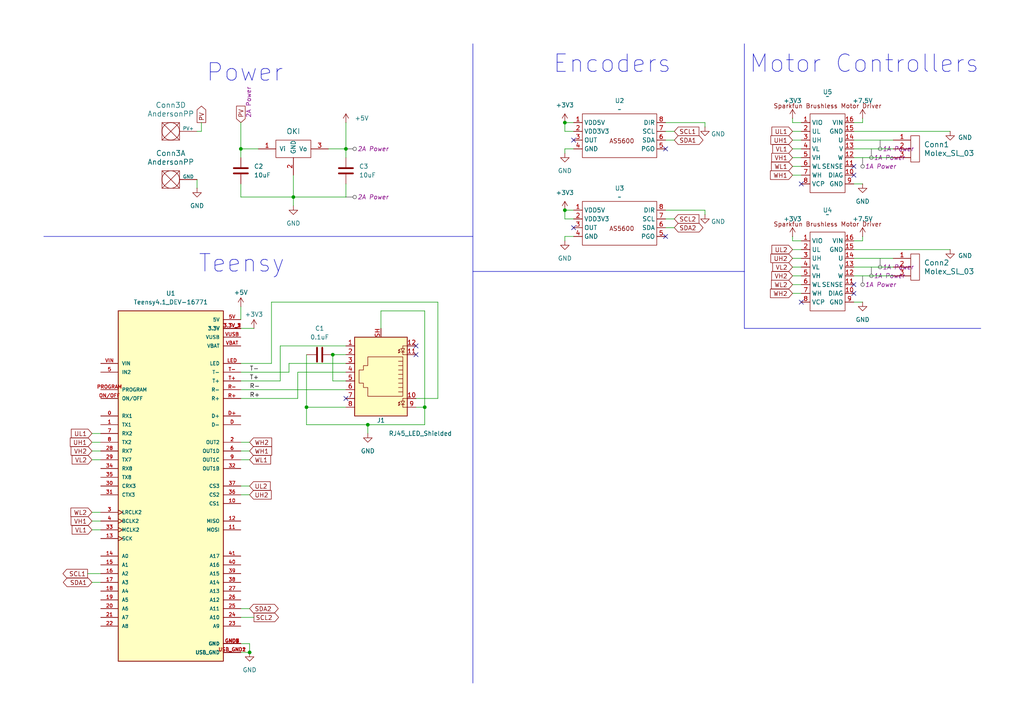
<source format=kicad_sch>
(kicad_sch (version 20231120) (generator "eeschema") (generator_version "8.0")
  (paper "A4")
  (lib_symbols
    (symbol "Connector:RJ45_LED_Shielded" (pin_names (offset 1.016))
      (property "Reference" "J" (at -5.08 13.97 0))
      (property "Value" "RJ45_LED_Shielded" (at 1.27 13.97 0))
      (symbol "RJ45_LED_Shielded_0_1"
        (polyline (pts (xy -7.62 -7.62) (xy -6.35 -7.62)))
        (polyline (pts (xy -7.62 -5.08) (xy -6.35 -5.08)))
        (polyline (pts (xy -7.62 7.62) (xy -6.35 7.62)))
        (polyline (pts (xy -7.62 10.16) (xy -6.35 10.16)))
        (polyline (pts (xy -6.858 -5.842) (xy -5.842 -5.842)))
        (polyline (pts (xy -6.858 9.398) (xy -5.842 9.398)))
        (polyline (pts (xy -6.35 -7.62) (xy -6.35 -6.858)))
        (polyline (pts (xy -6.35 -5.08) (xy -6.35 -5.842)))
        (polyline (pts (xy -6.35 7.62) (xy -6.35 8.382)))
        (polyline (pts (xy -6.35 10.16) (xy -6.35 9.398)))
        (polyline (pts (xy -5.08 -6.223) (xy -5.207 -6.604)))
        (polyline (pts (xy -5.08 -5.588) (xy -5.207 -5.969)))
        (polyline (pts (xy -5.08 4.445) (xy -6.35 4.445)))
        (polyline (pts (xy -5.08 5.715) (xy -6.35 5.715)))
        (polyline (pts (xy -5.08 9.017) (xy -5.207 8.636)))
        (polyline (pts (xy -5.08 9.652) (xy -5.207 9.271)))
        (polyline (pts (xy -6.35 -3.175) (xy -5.08 -3.175) (xy -5.08 -3.175)))
        (polyline (pts (xy -6.35 -1.905) (xy -5.08 -1.905) (xy -5.08 -1.905)))
        (polyline (pts (xy -6.35 -0.635) (xy -5.08 -0.635) (xy -5.08 -0.635)))
        (polyline (pts (xy -6.35 0.635) (xy -5.08 0.635) (xy -5.08 0.635)))
        (polyline (pts (xy -6.35 1.905) (xy -5.08 1.905) (xy -5.08 1.905)))
        (polyline (pts (xy -5.588 -6.731) (xy -5.08 -6.223) (xy -5.461 -6.35)))
        (polyline (pts (xy -5.588 -6.096) (xy -5.08 -5.588) (xy -5.461 -5.715)))
        (polyline (pts (xy -5.588 8.509) (xy -5.08 9.017) (xy -5.461 8.89)))
        (polyline (pts (xy -5.588 9.144) (xy -5.08 9.652) (xy -5.461 9.525)))
        (polyline (pts (xy -5.08 3.175) (xy -6.35 3.175) (xy -6.35 3.175)))
        (polyline (pts (xy -6.35 -5.842) (xy -6.858 -6.858) (xy -5.842 -6.858) (xy -6.35 -5.842)))
        (polyline (pts (xy -6.35 9.398) (xy -6.858 8.382) (xy -5.842 8.382) (xy -6.35 9.398)))
        (polyline (pts (xy -6.35 -4.445) (xy -6.35 6.985) (xy 3.81 6.985) (xy 3.81 4.445) (xy 5.08 4.445) (xy 5.08 3.175) (xy 6.35 3.175) (xy 6.35 -0.635) (xy 5.08 -0.635) (xy 5.08 -1.905) (xy 3.81 -1.905) (xy 3.81 -4.445) (xy -6.35 -4.445) (xy -6.35 -4.445)))
        (rectangle (start 7.62 12.7) (end -7.62 -10.16) (stroke (width 0.254)) (fill (type background)))
      )
      (symbol "RJ45_LED_Shielded_1_1"
        (pin passive line (at 10.16 -7.62 180) (length 2.54) (name "~") (number "1"))
        (pin passive line (at -10.16 7.62 0) (length 2.54) (name "~") (number "10"))
        (pin passive line (at -10.16 -5.08 0) (length 2.54) (name "~") (number "11"))
        (pin passive line (at -10.16 -7.62 0) (length 2.54) (name "~") (number "12"))
        (pin passive line (at 10.16 -5.08 180) (length 2.54) (name "~") (number "2"))
        (pin passive line (at 10.16 -2.54 180) (length 2.54) (name "~") (number "3"))
        (pin passive line (at 10.16 0 180) (length 2.54) (name "~") (number "4"))
        (pin passive line (at 10.16 2.54 180) (length 2.54) (name "~") (number "5"))
        (pin passive line (at 10.16 5.08 180) (length 2.54) (name "~") (number "6"))
        (pin passive line (at 10.16 7.62 180) (length 2.54) (name "~") (number "7"))
        (pin passive line (at 10.16 10.16 180) (length 2.54) (name "~") (number "8"))
        (pin passive line (at -10.16 10.16 0) (length 2.54) (name "~") (number "9"))
        (pin passive line (at 0 -12.7 90) (length 2.54) (name "~") (number "SH"))
      )
    )
    (symbol "Device:C" (pin_numbers hide) (pin_names (offset 0.254))
      (property "Reference" "C" (at 0.635 2.54 0))
      (property "Value" "C" (at 0.635 -2.54 0))
      (symbol "C_0_1"
        (polyline (pts (xy -2.032 -0.762) (xy 2.032 -0.762)) (stroke (width 0.508)))
        (polyline (pts (xy -2.032 0.762) (xy 2.032 0.762)) (stroke (width 0.508)))
      )
      (symbol "C_1_1"
        (pin passive line (at 0 3.81 270) (length 2.794) (name "~") (number "1"))
        (pin passive line (at 0 -3.81 90) (length 2.794) (name "~") (number "2"))
      )
    )
    (symbol "MRDT_Connectors:AndersonPP" (pin_numbers hide) (pin_names (offset 0))
      (property "Reference" "Conn" (at 3.81 -1.27 0))
      (property "Value" "AndersonPP" (at 2.54 6.35 0))
      (symbol "AndersonPP_0_1"
        (polyline (pts (xy 0 5.08) (xy 5.08 0)))
        (polyline (pts (xy 5.08 5.08) (xy 0 0)))
        (rectangle (start 0 0) (end 5.08 5.08))
        (circle (center 2.54 2.54) (radius 2.54))
      )
      (symbol "AndersonPP_1_1"
        (pin input line (at 10.16 2.54 180) (length 5.08) (name "GND") (number "1"))
      )
      (symbol "AndersonPP_2_1"
        (pin input line (at 10.16 2.54 180) (length 5.08) (name "V+Log") (number "2"))
      )
      (symbol "AndersonPP_3_1"
        (pin input line (at 10.16 2.54 180) (length 5.08) (name "V+Act") (number "3"))
      )
      (symbol "AndersonPP_4_1"
        (pin input line (at 10.16 2.54 180) (length 5.08) (name "PV+") (number "4"))
      )
      (symbol "AndersonPP_5_1"
        (pin input line (at 10.16 2.54 180) (length 5.08) (name "~") (number "1"))
      )
    )
    (symbol "MRDT_Connectors:Molex_SL_03" (pin_names (offset 1.016))
      (property "Reference" "Conn" (at 3.81 -1.27 0))
      (property "Value" "Molex_SL_03" (at 1.27 8.89 0))
      (symbol "Molex_SL_03_0_1"
        (rectangle (start 0 7.62) (end 2.54 0))
      )
      (symbol "Molex_SL_03_1_1"
        (pin input line (at -5.08 6.35 0) (length 5.08) (name "~") (number "1"))
        (pin input line (at -5.08 3.81 0) (length 5.08) (name "~") (number "2"))
        (pin input line (at -5.08 1.27 0) (length 5.08) (name "~") (number "3"))
      )
    )
    (symbol "MRDT_Devices:OKI" (pin_names (offset 1.016))
      (property "Value" "OKI" (at 5.08 6.35 0))
      (symbol "OKI_0_1"
        (rectangle (start 0 0) (end 10.16 5.08))
      )
      (symbol "OKI_1_1"
        (pin input line (at -5.08 2.54 0) (length 5.08) (name "Vi") (number "1"))
        (pin output line (at 5.08 -5.08 90) (length 5.08) (name "GND") (number "2"))
        (pin output line (at 15.24 2.54 180) (length 5.08) (name "Vo") (number "3"))
      )
    )
    (symbol "MRDT_Sensors:AS5600"
      (property "Reference" "U" (at 0 1.27 0))
      (symbol "AS5600_0_1"
        (rectangle (start -11.43 6.35) (end 10.16 -6.35))
      )
      (symbol "AS5600_1_1"
        (text "AS5600" (at 0 -1.524 0) (effects (font (size 1.27 1.27))))
        (pin power_in line (at -13.97 3.81 0) (length 2.54) (name "VDD5V") (number "1"))
        (pin power_in line (at -13.97 1.27 0) (length 2.54) (name "VDD3V3") (number "2"))
        (pin output line (at -13.97 -1.27 0) (length 2.54) (name "OUT") (number "3"))
        (pin power_in line (at -13.97 -3.81 0) (length 2.54) (name "GND") (number "4"))
        (pin input line (at 12.7 -3.81 180) (length 2.54) (name "PGO") (number "5"))
        (pin bidirectional line (at 12.7 -1.27 180) (length 2.54) (name "SDA") (number "6"))
        (pin input line (at 12.7 1.27 180) (length 2.54) (name "SCL") (number "7"))
        (pin input line (at 12.7 3.81 180) (length 2.54) (name "DIR") (number "8"))
      )
    )
    (symbol "MRDT_Shields:Teensy4.1_DEV-16771" (pin_names (offset 1.016))
      (property "Reference" "U" (at -15.24 52.07 0))
      (property "Value" "Teensy4.1_DEV-16771" (at -15.24 -53.34 0))
      (symbol "Teensy4.1_DEV-16771_0_0"
        (rectangle (start -15.24 -50.8) (end 15.24 50.8) (stroke (width 0.254)) (fill (type background)))
        (pin bidirectional line (at -20.32 20.32 0) (length 5.08) (name "RX1") (number "0"))
        (pin bidirectional line (at -20.32 17.78 0) (length 5.08) (name "TX1") (number "1"))
        (pin bidirectional line (at 20.32 -5.08 180) (length 5.08) (name "CS1") (number "10"))
        (pin bidirectional line (at 20.32 -12.7 180) (length 5.08) (name "MOSI") (number "11"))
        (pin bidirectional line (at 20.32 -10.16 180) (length 5.08) (name "MISO") (number "12"))
        (pin bidirectional clock (at -20.32 -15.24 0) (length 5.08) (name "SCK") (number "13"))
        (pin bidirectional line (at -20.32 -20.32 0) (length 5.08) (name "A0") (number "14"))
        (pin bidirectional line (at -20.32 -22.86 0) (length 5.08) (name "A1") (number "15"))
        (pin bidirectional line (at -20.32 -25.4 0) (length 5.08) (name "A2") (number "16"))
        (pin bidirectional line (at -20.32 -27.94 0) (length 5.08) (name "A3") (number "17"))
        (pin bidirectional line (at -20.32 -30.48 0) (length 5.08) (name "A4") (number "18"))
        (pin bidirectional line (at -20.32 -33.02 0) (length 5.08) (name "A5") (number "19"))
        (pin output line (at 20.32 12.7 180) (length 5.08) (name "OUT2") (number "2"))
        (pin bidirectional line (at -20.32 -35.56 0) (length 5.08) (name "A6") (number "20"))
        (pin bidirectional line (at -20.32 -38.1 0) (length 5.08) (name "A7") (number "21"))
        (pin bidirectional line (at -20.32 -40.64 0) (length 5.08) (name "A8") (number "22"))
        (pin bidirectional line (at 20.32 -40.64 180) (length 5.08) (name "A9") (number "23"))
        (pin bidirectional line (at 20.32 -38.1 180) (length 5.08) (name "A10") (number "24"))
        (pin bidirectional line (at 20.32 -35.56 180) (length 5.08) (name "A11") (number "25"))
        (pin bidirectional line (at 20.32 -33.02 180) (length 5.08) (name "A12") (number "26"))
        (pin bidirectional line (at 20.32 -30.48 180) (length 5.08) (name "A13") (number "27"))
        (pin bidirectional line (at -20.32 10.16 0) (length 5.08) (name "RX7") (number "28"))
        (pin bidirectional line (at -20.32 7.62 0) (length 5.08) (name "TX7") (number "29"))
        (pin bidirectional clock (at -20.32 -7.62 0) (length 5.08) (name "LRCLK2") (number "3"))
        (pin power_in line (at 20.32 45.72 180) (length 5.08) (name "3.3V") (number "3.3V_1"))
        (pin power_in line (at 20.32 45.72 180) (length 5.08) (name "3.3V") (number "3.3V_2"))
        (pin power_in line (at 20.32 45.72 180) (length 5.08) (name "3.3V") (number "3.3V_3"))
        (pin bidirectional line (at -20.32 0 0) (length 5.08) (name "CRX3") (number "30"))
        (pin bidirectional line (at -20.32 -2.54 0) (length 5.08) (name "CTX3") (number "31"))
        (pin output line (at 20.32 5.08 180) (length 5.08) (name "OUT1B") (number "32"))
        (pin bidirectional clock (at -20.32 -12.7 0) (length 5.08) (name "MCLK2") (number "33"))
        (pin bidirectional line (at -20.32 5.08 0) (length 5.08) (name "RX8") (number "34"))
        (pin bidirectional line (at -20.32 2.54 0) (length 5.08) (name "TX8") (number "35"))
        (pin bidirectional line (at 20.32 -2.54 180) (length 5.08) (name "CS2") (number "36"))
        (pin bidirectional line (at 20.32 0 180) (length 5.08) (name "CS3") (number "37"))
        (pin bidirectional line (at 20.32 -27.94 180) (length 5.08) (name "A14") (number "38"))
        (pin bidirectional line (at 20.32 -25.4 180) (length 5.08) (name "A15") (number "39"))
        (pin bidirectional clock (at -20.32 -10.16 0) (length 5.08) (name "BCLK2") (number "4"))
        (pin bidirectional line (at 20.32 -22.86 180) (length 5.08) (name "A16") (number "40"))
        (pin bidirectional line (at 20.32 -20.32 180) (length 5.08) (name "A17") (number "41"))
        (pin bidirectional line (at -20.32 33.02 0) (length 5.08) (name "IN2") (number "5"))
        (pin power_in line (at 20.32 48.26 180) (length 5.08) (name "5V") (number "5V"))
        (pin output line (at 20.32 10.16 180) (length 5.08) (name "OUT1D") (number "6"))
        (pin bidirectional line (at -20.32 15.24 0) (length 5.08) (name "RX2") (number "7"))
        (pin bidirectional line (at -20.32 12.7 0) (length 5.08) (name "TX2") (number "8"))
        (pin output line (at 20.32 7.62 180) (length 5.08) (name "OUT1C") (number "9"))
        (pin bidirectional line (at 20.32 17.78 180) (length 5.08) (name "D-") (number "D"))
        (pin bidirectional line (at 20.32 20.32 180) (length 5.08) (name "D+") (number "D+"))
        (pin power_in line (at 20.32 -45.72 180) (length 5.08) (name "GND") (number "GND1"))
        (pin power_in line (at 20.32 -45.72 180) (length 5.08) (name "GND") (number "GND2"))
        (pin power_in line (at 20.32 -45.72 180) (length 5.08) (name "GND") (number "GND3"))
        (pin power_in line (at 20.32 -45.72 180) (length 5.08) (name "GND") (number "GND4"))
        (pin power_in line (at 20.32 -45.72 180) (length 5.08) (name "GND") (number "GND5"))
        (pin bidirectional line (at 20.32 35.56 180) (length 5.08) (name "LED") (number "LED"))
        (pin bidirectional line (at -20.32 25.4 0) (length 5.08) (name "ON/OFF") (number "ON/OFF"))
        (pin bidirectional line (at -20.32 27.94 0) (length 5.08) (name "PROGRAM") (number "PROGRAM"))
        (pin bidirectional line (at 20.32 25.4 180) (length 5.08) (name "R+") (number "R+"))
        (pin bidirectional line (at 20.32 27.94 180) (length 5.08) (name "R-") (number "R-"))
        (pin bidirectional line (at 20.32 30.48 180) (length 5.08) (name "T+") (number "T+"))
        (pin bidirectional line (at 20.32 33.02 180) (length 5.08) (name "T-") (number "T-"))
        (pin power_in line (at 20.32 -48.26 180) (length 5.08) (name "USB_GND") (number "USB_GND1"))
        (pin power_in line (at 20.32 -48.26 180) (length 5.08) (name "USB_GND") (number "USB_GND2"))
        (pin passive line (at 20.32 40.64 180) (length 5.08) (name "VBAT") (number "VBAT"))
        (pin input line (at -20.32 35.56 0) (length 5.08) (name "VIN") (number "VIN"))
        (pin passive line (at 20.32 43.18 180) (length 5.08) (name "VUSB") (number "VUSB"))
      )
    )
    (symbol "MiniArmController:Brushless_Motor_Driver"
      (property "Reference" "U" (at 0 0 0))
      (symbol "Brushless_Motor_Driver_0_1"
        (rectangle (start -5.08 11.43) (end 5.08 -11.43))
      )
      (symbol "Brushless_Motor_Driver_1_1"
        (text "Sparkfun Brushless Motor Driver" (at 0 13.716 0) (effects (font (size 1.27 1.27))))
        (pin power_in line (at -7.62 8.89 0) (length 2.54) (name "VIO") (number "1"))
        (pin output line (at 7.62 -6.35 180) (length 2.54) (name "DIAG") (number "10"))
        (pin output line (at 7.62 -3.81 180) (length 2.54) (name "SENSE") (number "11"))
        (pin power_out line (at 7.62 -1.27 180) (length 2.54) (name "W") (number "12"))
        (pin power_out line (at 7.62 1.27 180) (length 2.54) (name "V") (number "13"))
        (pin power_out line (at 7.62 3.81 180) (length 2.54) (name "U") (number "14"))
        (pin power_in line (at 7.62 6.35 180) (length 2.54) (name "GND") (number "15"))
        (pin power_in line (at 7.62 8.89 180) (length 2.54) (name "VIN") (number "16"))
        (pin input line (at -7.62 6.35 0) (length 2.54) (name "UL") (number "2"))
        (pin input line (at -7.62 3.81 0) (length 2.54) (name "UH") (number "3"))
        (pin input line (at -7.62 1.27 0) (length 2.54) (name "VL") (number "4"))
        (pin input line (at -7.62 -1.27 0) (length 2.54) (name "VH") (number "5"))
        (pin input line (at -7.62 -3.81 0) (length 2.54) (name "WL") (number "6"))
        (pin input line (at -7.62 -6.35 0) (length 2.54) (name "WH") (number "7"))
        (pin input line (at -7.62 -8.89 0) (length 2.54) (name "VCP") (number "8"))
        (pin power_in line (at 7.62 -8.89 180) (length 2.54) (name "GND") (number "9"))
      )
    )
    (symbol "power:+3V3" (power) (pin_numbers hide) (pin_names (offset 0) hide)
      (property "Value" "+3V3" (at 0 3.556 0))
      (symbol "+3V3_0_1"
        (polyline (pts (xy -0.762 1.27) (xy 0 2.54)))
        (polyline (pts (xy 0 0) (xy 0 2.54)))
        (polyline (pts (xy 0 2.54) (xy 0.762 1.27)))
      )
      (symbol "+3V3_1_1"
        (pin power_in line (at 0 0 90) (length 0) (name "~") (number "1"))
      )
    )
    (symbol "power:+5V" (power) (pin_numbers hide) (pin_names (offset 0) hide)
      (property "Value" "+5V" (at 0 3.556 0))
      (symbol "+5V_0_1"
        (polyline (pts (xy -0.762 1.27) (xy 0 2.54)))
        (polyline (pts (xy 0 0) (xy 0 2.54)))
        (polyline (pts (xy 0 2.54) (xy 0.762 1.27)))
      )
      (symbol "+5V_1_1"
        (pin power_in line (at 0 0 90) (length 0) (name "~") (number "1"))
      )
    )
    (symbol "power:+7.5V" (power) (pin_numbers hide) (pin_names (offset 0) hide)
      (property "Value" "+7.5V" (at 0 3.556 0))
      (symbol "+7.5V_0_1"
        (polyline (pts (xy -0.762 1.27) (xy 0 2.54)))
        (polyline (pts (xy 0 0) (xy 0 2.54)))
        (polyline (pts (xy 0 2.54) (xy 0.762 1.27)))
      )
      (symbol "+7.5V_1_1"
        (pin power_in line (at 0 0 90) (length 0) (name "~") (number "1"))
      )
    )
    (symbol "power:GND" (power) (pin_numbers hide) (pin_names (offset 0) hide)
      (property "Value" "GND" (at 0 -3.81 0))
      (symbol "GND_0_1"
        (polyline (pts (xy 0 0) (xy 0 -1.27) (xy 1.27 -1.27) (xy 0 -2.54) (xy -1.27 -1.27) (xy 0 -1.27)))
      )
      (symbol "GND_1_1"
        (pin power_in line (at 0 0 270) (length 0) (name "~") (number "1"))
      )
    )
  )
  (junction (at 85.09 57.15))
  (junction (at 123.19 118.11))
  (junction (at 96.52 102.87))
  (junction (at 100.33 43.18))
  (junction (at 163.83 60.96))
  (junction (at 69.85 43.18))
  (junction (at 106.68 123.19))
  (junction (at 88.9 118.11))
  (junction (at 72.39 189.23))
  (junction (at 163.83 35.56))
  (no_connect (at 232.41 53.34))
  (no_connect (at 247.65 82.55))
  (no_connect (at 232.41 87.63))
  (no_connect (at 120.65 100.33))
  (no_connect (at 166.37 40.64))
  (no_connect (at 247.65 50.8))
  (no_connect (at 193.04 68.58))
  (no_connect (at 247.65 48.26))
  (no_connect (at 120.65 102.87))
  (no_connect (at 100.33 115.57))
  (no_connect (at 247.65 85.09))
  (no_connect (at 193.04 43.18))
  (no_connect (at 166.37 66.04))
  (wire (pts (xy 229.87 50.8) (xy 232.41 50.8)))
  (polyline (pts (xy 215.9 12.7) (xy 215.9 78.74)))
  (wire (pts (xy 100.33 43.18) (xy 100.33 45.72)))
  (wire (pts (xy 26.67 151.13) (xy 29.21 151.13)))
  (wire (pts (xy 247.65 87.63) (xy 250.19 87.63)))
  (wire (pts (xy 163.83 43.18) (xy 166.37 43.18)))
  (wire (pts (xy 100.33 110.49) (xy 96.52 110.49)))
  (wire (pts (xy 69.85 35.56) (xy 69.85 43.18)))
  (wire (pts (xy 193.04 66.04) (xy 195.58 66.04)))
  (wire (pts (xy 72.39 189.23) (xy 72.39 186.69)))
  (wire (pts (xy 78.74 87.63) (xy 78.74 105.41)))
  (wire (pts (xy 127 87.63) (xy 127 115.57)))
  (wire (pts (xy 120.65 115.57) (xy 127 115.57)))
  (wire (pts (xy 83.82 105.41) (xy 100.33 105.41)))
  (wire (pts (xy 69.85 57.15) (xy 85.09 57.15)))
  (wire (pts (xy 26.67 125.73) (xy 29.21 125.73)))
  (wire (pts (xy 259.08 40.64) (xy 247.65 40.64)))
  (wire (pts (xy 204.47 36.83) (xy 204.47 35.56)))
  (wire (pts (xy 69.85 43.18) (xy 69.85 45.72)))
  (wire (pts (xy 69.85 107.95) (xy 83.82 107.95)))
  (wire (pts (xy 229.87 74.93) (xy 232.41 74.93)))
  (wire (pts (xy 229.87 72.39) (xy 232.41 72.39)))
  (wire (pts (xy 85.09 50.8) (xy 85.09 57.15)))
  (wire (pts (xy 204.47 62.23) (xy 204.47 60.96)))
  (wire (pts (xy 247.65 38.1) (xy 275.59 38.1)))
  (wire (pts (xy 163.83 68.58) (xy 166.37 68.58)))
  (wire (pts (xy 69.85 53.34) (xy 69.85 57.15)))
  (wire (pts (xy 26.67 128.27) (xy 29.21 128.27)))
  (wire (pts (xy 229.87 80.01) (xy 232.41 80.01)))
  (wire (pts (xy 163.83 68.58) (xy 163.83 69.85)))
  (wire (pts (xy 110.49 90.17) (xy 123.19 90.17)))
  (wire (pts (xy 247.65 35.56) (xy 250.19 35.56)))
  (wire (pts (xy 88.9 123.19) (xy 106.68 123.19)))
  (wire (pts (xy 69.85 95.25) (xy 73.66 95.25)))
  (wire (pts (xy 69.85 110.49) (xy 81.28 110.49)))
  (wire (pts (xy 100.33 100.33) (xy 81.28 100.33)))
  (wire (pts (xy 72.39 176.53) (xy 69.85 176.53)))
  (wire (pts (xy 100.33 107.95) (xy 86.36 107.95)))
  (wire (pts (xy 57.15 52.07) (xy 57.15 54.61)))
  (wire (pts (xy 26.67 153.67) (xy 29.21 153.67)))
  (wire (pts (xy 69.85 43.18) (xy 74.93 43.18)))
  (wire (pts (xy 229.87 35.56) (xy 232.41 35.56)))
  (wire (pts (xy 163.83 38.1) (xy 166.37 38.1)))
  (wire (pts (xy 86.36 107.95) (xy 86.36 115.57)))
  (wire (pts (xy 204.47 35.56) (xy 193.04 35.56)))
  (wire (pts (xy 259.08 74.93) (xy 247.65 74.93)))
  (wire (pts (xy 69.85 186.69) (xy 72.39 186.69)))
  (wire (pts (xy 259.08 77.47) (xy 247.65 77.47)))
  (wire (pts (xy 229.87 68.58) (xy 229.87 69.85)))
  (polyline (pts (xy 137.16 78.74) (xy 215.9 78.74)))
  (wire (pts (xy 247.65 69.85) (xy 250.19 69.85)))
  (wire (pts (xy 96.52 110.49) (xy 96.52 102.87)))
  (wire (pts (xy 69.85 189.23) (xy 72.39 189.23)))
  (polyline (pts (xy 12.7 68.58) (xy 137.16 68.58)))
  (wire (pts (xy 72.39 143.51) (xy 69.85 143.51)))
  (wire (pts (xy 163.83 35.56) (xy 163.83 38.1)))
  (wire (pts (xy 95.25 43.18) (xy 100.33 43.18)))
  (wire (pts (xy 83.82 107.95) (xy 83.82 105.41)))
  (wire (pts (xy 163.83 63.5) (xy 166.37 63.5)))
  (wire (pts (xy 229.87 34.29) (xy 229.87 35.56)))
  (wire (pts (xy 100.33 35.56) (xy 100.33 43.18)))
  (wire (pts (xy 247.65 53.34) (xy 250.19 53.34)))
  (wire (pts (xy 72.39 133.35) (xy 69.85 133.35)))
  (wire (pts (xy 229.87 82.55) (xy 232.41 82.55)))
  (wire (pts (xy 26.67 130.81) (xy 29.21 130.81)))
  (polyline (pts (xy 215.9 78.74) (xy 215.9 95.25)))
  (wire (pts (xy 229.87 77.47) (xy 232.41 77.47)))
  (wire (pts (xy 69.85 88.9) (xy 69.85 92.71)))
  (wire (pts (xy 229.87 48.26) (xy 232.41 48.26)))
  (wire (pts (xy 259.08 43.18) (xy 247.65 43.18)))
  (wire (pts (xy 25.4 166.37) (xy 29.21 166.37)))
  (wire (pts (xy 69.85 105.41) (xy 78.74 105.41)))
  (wire (pts (xy 229.87 69.85) (xy 232.41 69.85)))
  (wire (pts (xy 195.58 63.5) (xy 193.04 63.5)))
  (polyline (pts (xy 215.9 95.25) (xy 284.48 95.25)))
  (wire (pts (xy 26.67 148.59) (xy 29.21 148.59)))
  (wire (pts (xy 163.83 60.96) (xy 163.83 63.5)))
  (wire (pts (xy 163.83 60.96) (xy 166.37 60.96)))
  (wire (pts (xy 204.47 60.96) (xy 193.04 60.96)))
  (wire (pts (xy 163.83 43.18) (xy 163.83 44.45)))
  (wire (pts (xy 72.39 130.81) (xy 69.85 130.81)))
  (wire (pts (xy 193.04 40.64) (xy 195.58 40.64)))
  (wire (pts (xy 81.28 100.33) (xy 81.28 110.49)))
  (wire (pts (xy 163.83 35.56) (xy 166.37 35.56)))
  (wire (pts (xy 123.19 90.17) (xy 123.19 118.11)))
  (wire (pts (xy 247.65 72.39) (xy 275.59 72.39)))
  (wire (pts (xy 229.87 38.1) (xy 232.41 38.1)))
  (wire (pts (xy 58.42 38.1) (xy 57.15 38.1)))
  (wire (pts (xy 250.19 69.85) (xy 250.19 68.58)))
  (wire (pts (xy 250.19 35.56) (xy 250.19 34.29)))
  (wire (pts (xy 106.68 123.19) (xy 123.19 123.19)))
  (wire (pts (xy 229.87 85.09) (xy 232.41 85.09)))
  (wire (pts (xy 127 87.63) (xy 78.74 87.63)))
  (wire (pts (xy 100.33 53.34) (xy 100.33 57.15)))
  (wire (pts (xy 229.87 40.64) (xy 232.41 40.64)))
  (wire (pts (xy 195.58 38.1) (xy 193.04 38.1)))
  (wire (pts (xy 85.09 57.15) (xy 85.09 59.69)))
  (wire (pts (xy 88.9 118.11) (xy 88.9 123.19)))
  (wire (pts (xy 69.85 115.57) (xy 86.36 115.57)))
  (wire (pts (xy 88.9 118.11) (xy 100.33 118.11)))
  (wire (pts (xy 96.52 102.87) (xy 100.33 102.87)))
  (wire (pts (xy 229.87 43.18) (xy 232.41 43.18)))
  (wire (pts (xy 58.42 35.56) (xy 58.42 38.1)))
  (wire (pts (xy 229.87 45.72) (xy 232.41 45.72)))
  (wire (pts (xy 110.49 90.17) (xy 110.49 95.25)))
  (wire (pts (xy 106.68 123.19) (xy 106.68 125.73)))
  (wire (pts (xy 259.08 80.01) (xy 247.65 80.01)))
  (wire (pts (xy 69.85 179.07) (xy 73.66 179.07)))
  (wire (pts (xy 72.39 128.27) (xy 69.85 128.27)))
  (polyline (pts (xy 137.16 12.7) (xy 137.16 198.12)))
  (wire (pts (xy 123.19 118.11) (xy 123.19 123.19)))
  (wire (pts (xy 259.08 45.72) (xy 247.65 45.72)))
  (wire (pts (xy 26.67 133.35) (xy 29.21 133.35)))
  (wire (pts (xy 26.67 168.91) (xy 29.21 168.91)))
  (wire (pts (xy 120.65 118.11) (xy 123.19 118.11)))
  (wire (pts (xy 72.39 140.97) (xy 69.85 140.97)))
  (wire (pts (xy 88.9 102.87) (xy 88.9 118.11)))
  (wire (pts (xy 69.85 113.03) (xy 100.33 113.03)))
  (wire (pts (xy 100.33 57.15) (xy 85.09 57.15)))
  (text "Power" (at 59.69 24.13 0) (effects (font (size 5.08 5.08)) (justify left bottom)))
  (text "Encoders" (at 160.274 21.59 0) (effects (font (size 5.08 5.08)) (justify left bottom)))
  (text "Motor Controllers" (at 217.17 21.59 0) (effects (font (size 5.08 5.08)) (justify left bottom)))
  (text "Teensy" (at 57.404 79.502 0) (effects (font (size 5.08 5.08)) (justify left bottom)))
  (label "T+" (at 72.39 110.49 0))
  (label "R+" (at 72.39 115.57 0))
  (label "T-" (at 72.39 107.95 0))
  (label "R-" (at 72.39 113.03 0))
  (global_label "SDA1" (shape tri_state) (at 26.67 168.91 180) (property "Intersheetrefs" "${INTERSHEET_REFS}" (effects (hide yes))))
  (global_label "WH2" (shape input) (at 229.87 85.09 180) (property "Intersheetrefs" "${INTERSHEET_REFS}" (effects (hide yes))))
  (global_label "VH1" (shape input) (at 26.67 151.13 180) (property "Intersheetrefs" "${INTERSHEET_REFS}" (effects (hide yes))))
  (global_label "VH2" (shape input) (at 26.67 130.81 180) (property "Intersheetrefs" "${INTERSHEET_REFS}" (effects (hide yes))))
  (global_label "SCL1" (shape output) (at 25.4 166.37 180) (property "Intersheetrefs" "${INTERSHEET_REFS}" (effects (hide yes))))
  (global_label "VL2" (shape input) (at 26.67 133.35 180) (property "Intersheetrefs" "${INTERSHEET_REFS}" (effects (hide yes))))
  (global_label "WH1" (shape input) (at 229.87 50.8 180) (property "Intersheetrefs" "${INTERSHEET_REFS}" (effects (hide yes))))
  (global_label "WH1" (shape input) (at 72.39 130.81 0) (property "Intersheetrefs" "${INTERSHEET_REFS}" (effects (hide yes))))
  (global_label "SCL1" (shape input) (at 195.58 38.1 0) (property "Intersheetrefs" "${INTERSHEET_REFS}" (effects (hide yes))))
  (global_label "SDA2" (shape bidirectional) (at 195.58 66.04 0) (property "Intersheetrefs" "${INTERSHEET_REFS}" (effects (hide yes))))
  (global_label "WL2" (shape input) (at 229.87 82.55 180) (property "Intersheetrefs" "${INTERSHEET_REFS}" (effects (hide yes))))
  (global_label "PV" (shape input) (at 69.85 35.56 90) (property "Intersheetrefs" "${INTERSHEET_REFS}" (effects (hide yes))) (property "Netclass" "2A Power" (at 72.0408 35.56 90) (effects (justify left))))
  (global_label "SDA1" (shape bidirectional) (at 195.58 40.64 0) (property "Intersheetrefs" "${INTERSHEET_REFS}" (effects (hide yes))))
  (global_label "VH1" (shape input) (at 229.87 45.72 180) (property "Intersheetrefs" "${INTERSHEET_REFS}" (effects (hide yes))))
  (global_label "UH1" (shape input) (at 26.67 128.27 180) (property "Intersheetrefs" "${INTERSHEET_REFS}" (effects (hide yes))))
  (global_label "UL2" (shape input) (at 229.87 72.39 180) (property "Intersheetrefs" "${INTERSHEET_REFS}" (effects (hide yes))))
  (global_label "SDA2" (shape tri_state) (at 72.39 176.53 0) (property "Intersheetrefs" "${INTERSHEET_REFS}" (effects (hide yes))))
  (global_label "PV" (shape output) (at 58.42 35.56 90) (property "Intersheetrefs" "${INTERSHEET_REFS}" (effects (hide yes))))
  (global_label "UL1" (shape input) (at 229.87 38.1 180) (property "Intersheetrefs" "${INTERSHEET_REFS}" (effects (hide yes))))
  (global_label "SCL2" (shape input) (at 195.58 63.5 0) (property "Intersheetrefs" "${INTERSHEET_REFS}" (effects (hide yes))))
  (global_label "SCL2" (shape output) (at 73.66 179.07 0) (property "Intersheetrefs" "${INTERSHEET_REFS}" (effects (hide yes))))
  (global_label "UH2" (shape input) (at 72.39 143.51 0) (property "Intersheetrefs" "${INTERSHEET_REFS}" (effects (hide yes))))
  (global_label "WL1" (shape input) (at 229.87 48.26 180) (property "Intersheetrefs" "${INTERSHEET_REFS}" (effects (hide yes))))
  (global_label "UH1" (shape input) (at 229.87 40.64 180) (property "Intersheetrefs" "${INTERSHEET_REFS}" (effects (hide yes))))
  (global_label "UL2" (shape input) (at 72.39 140.97 0) (property "Intersheetrefs" "${INTERSHEET_REFS}" (effects (hide yes))))
  (global_label "VL1" (shape input) (at 26.67 153.67 180) (property "Intersheetrefs" "${INTERSHEET_REFS}" (effects (hide yes))))
  (global_label "WL1" (shape input) (at 72.39 133.35 0) (property "Intersheetrefs" "${INTERSHEET_REFS}" (effects (hide yes))))
  (global_label "WH2" (shape input) (at 72.39 128.27 0) (property "Intersheetrefs" "${INTERSHEET_REFS}" (effects (hide yes))))
  (global_label "VL1" (shape input) (at 229.87 43.18 180) (property "Intersheetrefs" "${INTERSHEET_REFS}" (effects (hide yes))))
  (global_label "WL2" (shape input) (at 26.67 148.59 180) (property "Intersheetrefs" "${INTERSHEET_REFS}" (effects (hide yes))))
  (global_label "VH2" (shape input) (at 229.87 80.01 180) (property "Intersheetrefs" "${INTERSHEET_REFS}" (effects (hide yes))))
  (global_label "UH2" (shape input) (at 229.87 74.93 180) (property "Intersheetrefs" "${INTERSHEET_REFS}" (effects (hide yes))))
  (global_label "VL2" (shape input) (at 229.87 77.47 180) (property "Intersheetrefs" "${INTERSHEET_REFS}" (effects (hide yes))))
  (global_label "UL1" (shape input) (at 26.67 125.73 180) (property "Intersheetrefs" "${INTERSHEET_REFS}" (effects (hide yes))))
  (netclass_flag "" (length 2.54) (shape round) (at 250.19 45.72 180) (property "Netclass" "1A Power" (at 250.8885 48.26 0) (effects (font (italic yes)) (justify left))))
  (netclass_flag "" (length 2.54) (shape round) (at 100.33 43.18 270) (property "Netclass" "2A Power" (at 112.776 43.18 0) (effects (font (italic yes)) (justify right))))
  (netclass_flag "" (length 2.54) (shape round) (at 100.33 57.15 270) (property "Netclass" "2A Power" (at 112.776 57.15 0) (effects (font (italic yes)) (justify right))))
  (netclass_flag "" (length 2.54) (shape round) (at 255.27 40.64 180) (property "Netclass" "1A Power" (at 255.9685 43.18 0) (effects (font (italic yes)) (justify left))))
  (netclass_flag "" (length 2.54) (shape round) (at 252.73 43.18 180) (property "Netclass" "1A Power" (at 253.4285 45.72 0) (effects (font (italic yes)) (justify left))))
  (netclass_flag "" (length 2.54) (shape round) (at 250.19 80.01 180) (property "Netclass" "1A Power" (at 250.8885 82.55 0) (effects (font (italic yes)) (justify left))))
  (netclass_flag "" (length 2.54) (shape round) (at 255.27 74.93 180) (property "Netclass" "1A Power" (at 255.9685 77.47 0) (effects (font (italic yes)) (justify left))))
  (netclass_flag "" (length 2.54) (shape round) (at 252.73 77.47 180) (property "Netclass" "1A Power" (at 253.4285 80.01 0) (effects (font (italic yes)) (justify left))))
  (symbol (lib_id "power:GND") (at 204.47 36.83 0) (unit 1)
    (property "Reference" "#PWR05" (effects (hide yes)))
    (property "Value" "GND" (at 208.28 38.862 0))
    (property "Description" "Power symbol creates a global label with name \"GND\" , ground" (effects (hide yes)))
  )
  (symbol (lib_id "MRDT_Connectors:AndersonPP") (at 46.99 40.64 0) (unit 4)
    (property "Reference" "Conn3" (at 49.53 30.48 0) (effects (font (size 1.524 1.524))))
    (property "Value" "AndersonPP" (at 49.53 33.02 0) (effects (font (size 1.524 1.524))))
    (property "Footprint" "MRDT_Connectors:Square_Anderson_2_H_Side_By_Side_PV" (effects (hide yes)))
  )
  (symbol (lib_id "power:GND") (at 163.83 44.45 0) (unit 1)
    (property "Reference" "#PWR04" (effects (hide yes)))
    (property "Value" "GND" (at 163.83 49.53 0))
    (property "Description" "Power symbol creates a global label with name \"GND\" , ground" (effects (hide yes)))
  )
  (symbol (lib_id "MRDT_Sensors:AS5600") (at 180.34 64.77 0) (unit 1)
    (property "Reference" "U3" (at 179.705 54.61 0))
    (property "Value" "~" (at 179.705 57.15 0))
    (property "Footprint" "Package_SO:SOIC-8_3.9x4.9mm_P1.27mm" (effects (hide yes)))
    (property "Datasheet" "https://look.ams-osram.com/m/7059eac7531a86fd/original/AS5600-DS000365.pdf" (effects (hide yes)))
    (property "Description" "Magnetic Position Sensor" (effects (hide yes)))
  )
  (symbol (lib_id "power:GND") (at 57.15 54.61 0) (unit 1)
    (property "Reference" "#PWR017" (effects (hide yes)))
    (property "Value" "GND" (at 57.15 59.69 0))
    (property "Description" "Power symbol creates a global label with name \"GND\" , ground" (effects (hide yes)))
  )
  (symbol (lib_id "MRDT_Connectors:Molex_SL_03") (at 264.16 81.28 0) (unit 1)
    (property "Reference" "Conn2" (at 267.97 76.1999 0) (effects (font (size 1.524 1.524)) (justify left)))
    (property "Value" "Molex_SL_03" (at 267.97 78.7399 0) (effects (font (size 1.524 1.524)) (justify left)))
    (property "Footprint" "MRDT_Connectors:MOLEX_SL_03_Vertical" (effects (hide yes)))
  )
  (symbol (lib_id "power:GND") (at 250.19 87.63 0) (unit 1)
    (property "Reference" "#PWR015" (effects (hide yes)))
    (property "Value" "GND" (at 250.19 92.71 0))
    (property "Description" "Power symbol creates a global label with name \"GND\" , ground" (effects (hide yes)))
  )
  (symbol (lib_id "Device:C") (at 92.71 102.87 90) (unit 1)
    (property "Reference" "C1" (at 92.71 95.25 90))
    (property "Value" "0.1uF" (at 92.71 97.79 90))
    (property "Footprint" "Capacitor_SMD:C_0603_1608Metric_Pad1.08x0.95mm_HandSolder" (effects (hide yes)))
    (property "Description" "Unpolarized capacitor" (effects (hide yes)))
  )
  (symbol (lib_id "power:+5V") (at 100.33 35.56 0) (unit 1)
    (property "Reference" "#PWR020" (effects (hide yes)))
    (property "Value" "+5V" (at 102.87 34.29 0) (effects (justify left)))
    (property "Description" "Power symbol creates a global label with name \"+5V\"" (effects (hide yes)))
  )
  (symbol (lib_id "power:+3V3") (at 163.83 60.96 0) (unit 1)
    (property "Reference" "#PWR06" (effects (hide yes)))
    (property "Value" "+3V3" (at 163.83 55.88 0))
    (property "Description" "Power symbol creates a global label with name \"+3V3\"" (effects (hide yes)))
  )
  (symbol (lib_id "power:GND") (at 204.47 62.23 0) (unit 1)
    (property "Reference" "#PWR08" (effects (hide yes)))
    (property "Value" "GND" (at 208.28 64.262 0))
    (property "Description" "Power symbol creates a global label with name \"GND\" , ground" (effects (hide yes)))
  )
  (symbol (lib_id "MiniArmController:Brushless_Motor_Driver") (at 240.03 78.74 0) (unit 1)
    (property "Reference" "U4" (at 240.03 60.96 0))
    (property "Value" "~" (at 240.03 62.23 0))
    (property "Footprint" "MiniArmController:DIP-16_W12.7mm" (effects (hide yes)))
  )
  (symbol (lib_id "power:GND") (at 85.09 59.69 0) (unit 1)
    (property "Reference" "#PWR019" (effects (hide yes)))
    (property "Value" "GND" (at 85.09 64.77 0))
    (property "Description" "Power symbol creates a global label with name \"GND\" , ground" (effects (hide yes)))
  )
  (symbol (lib_id "MRDT_Devices:OKI") (at 80.01 45.72 0) (unit 1)
    (property "Reference" "U6" (effects (hide yes)))
    (property "Value" "OKI" (at 85.09 38.1 0) (effects (font (size 1.524 1.524))))
    (property "Footprint" "MRDT_Devices:OKI_Horizontal" (effects (hide yes)))
    (property "Description" "DC/DC Buck Converter" (effects (hide yes)))
  )
  (symbol (lib_id "Device:C") (at 100.33 49.53 0) (unit 1)
    (property "Reference" "C3" (at 104.14 48.26 0) (effects (justify left)))
    (property "Value" "10uF" (at 104.14 50.8 0) (effects (justify left)))
    (property "Footprint" "Capacitor_SMD:C_0603_1608Metric_Pad1.08x0.95mm_HandSolder" (effects (hide yes)))
    (property "Description" "Unpolarized capacitor" (effects (hide yes)))
  )
  (symbol (lib_id "power:GND") (at 72.39 189.23 0) (unit 1)
    (property "Reference" "#PWR03" (effects (hide yes)))
    (property "Value" "GND" (at 72.39 194.31 0))
    (property "Description" "Power symbol creates a global label with name \"GND\" , ground" (effects (hide yes)))
  )
  (symbol (lib_id "MRDT_Sensors:AS5600") (at 180.34 39.37 0) (unit 1)
    (property "Reference" "U2" (at 179.705 29.21 0))
    (property "Value" "~" (at 179.705 31.75 0))
    (property "Footprint" "Package_SO:SOIC-8_3.9x4.9mm_P1.27mm" (effects (hide yes)))
    (property "Datasheet" "https://look.ams-osram.com/m/7059eac7531a86fd/original/AS5600-DS000365.pdf" (effects (hide yes)))
    (property "Description" "Magnetic Position Sensor" (effects (hide yes)))
  )
  (symbol (lib_id "power:GND") (at 163.83 69.85 0) (unit 1)
    (property "Reference" "#PWR07" (effects (hide yes)))
    (property "Value" "GND" (at 163.83 74.93 0))
    (property "Description" "Power symbol creates a global label with name \"GND\" , ground" (effects (hide yes)))
  )
  (symbol (lib_id "power:+3V3") (at 163.83 35.56 0) (unit 1)
    (property "Reference" "#PWR01" (effects (hide yes)))
    (property "Value" "+3V3" (at 163.83 30.48 0))
    (property "Description" "Power symbol creates a global label with name \"+3V3\"" (effects (hide yes)))
  )
  (symbol (lib_id "power:+3V3") (at 229.87 34.29 0) (unit 1)
    (property "Reference" "#PWR011" (effects (hide yes)))
    (property "Value" "+3V3" (at 229.87 29.21 0))
    (property "Description" "Power symbol creates a global label with name \"+3V3\"" (effects (hide yes)))
  )
  (symbol (lib_id "power:+3V3") (at 73.66 95.25 0) (unit 1)
    (property "Reference" "#PWR02" (effects (hide yes)))
    (property "Value" "+3V3" (at 73.66 91.186 0))
    (property "Description" "Power symbol creates a global label with name \"+3V3\"" (effects (hide yes)))
  )
  (symbol (lib_id "power:+7.5V") (at 250.19 68.58 0) (unit 1)
    (property "Reference" "#PWR014" (effects (hide yes)))
    (property "Value" "+7.5V" (at 250.19 63.5 0))
    (property "Description" "Power symbol creates a global label with name \"+7.5V\"" (effects (hide yes)))
  )
  (symbol (lib_id "power:GND") (at 106.68 125.73 0) (unit 1)
    (property "Reference" "#PWR018" (effects (hide yes)))
    (property "Value" "GND" (at 106.68 130.81 0))
    (property "Description" "Power symbol creates a global label with name \"GND\" , ground" (effects (hide yes)))
  )
  (symbol (lib_id "MRDT_Connectors:AndersonPP") (at 46.99 54.61 0) (unit 1)
    (property "Reference" "Conn3" (at 49.53 44.45 0) (effects (font (size 1.524 1.524))))
    (property "Value" "AndersonPP" (at 49.53 46.99 0) (effects (font (size 1.524 1.524))))
    (property "Footprint" "MRDT_Connectors:Square_Anderson_2_H_Side_By_Side_PV" (effects (hide yes)))
  )
  (symbol (lib_id "MRDT_Shields:Teensy4.1_DEV-16771") (at 49.53 140.97 0) (unit 1)
    (property "Reference" "U1" (at 49.53 85.09 0))
    (property "Value" "Teensy4.1_DEV-16771" (at 49.53 87.63 0))
    (property "Footprint" "MRDT_Shields:Teensy_4_1" (effects (hide yes)))
    (property "STANDARD" "Manufacturer recommendations" (effects (hide yes)))
    (property "MAXIMUM_PACKAGE_HEIGHT" "4.07mm" (effects (hide yes)))
    (property "MANUFACTURER" "SparkFun Electronics" (effects (hide yes)))
    (property "PARTREV" "4.1" (effects (hide yes)))
  )
  (symbol (lib_id "Connector:RJ45_LED_Shielded") (at 110.49 107.95 180) (unit 1)
    (property "Reference" "J1" (at 110.49 121.92 0))
    (property "Value" "RJ45_LED_Shielded" (at 121.92 125.73 0))
    (property "Footprint" "MRDT_Connectors:RJ45_Teensy" (effects (hide yes)))
    (property "Description" "RJ connector, 8P8C (8 positions 8 connected), two LEDs, Shielded" (effects (hide yes)))
  )
  (symbol (lib_id "power:GND") (at 275.59 38.1 0) (unit 1)
    (property "Reference" "#PWR010" (effects (hide yes)))
    (property "Value" "GND" (at 279.908 39.878 0))
    (property "Description" "Power symbol creates a global label with name \"GND\" , ground" (effects (hide yes)))
  )
  (symbol (lib_id "power:GND") (at 275.59 72.39 0) (unit 1)
    (property "Reference" "#PWR016" (effects (hide yes)))
    (property "Value" "GND" (at 279.908 74.168 0))
    (property "Description" "Power symbol creates a global label with name \"GND\" , ground" (effects (hide yes)))
  )
  (symbol (lib_id "power:+5V") (at 69.85 88.9 0) (unit 1)
    (property "Reference" "#PWR021" (effects (hide yes)))
    (property "Value" "+5V" (at 67.818 84.836 0) (effects (justify left)))
    (property "Description" "Power symbol creates a global label with name \"+5V\"" (effects (hide yes)))
  )
  (symbol (lib_id "power:+7.5V") (at 250.19 34.29 0) (unit 1)
    (property "Reference" "#PWR012" (effects (hide yes)))
    (property "Value" "+7.5V" (at 250.19 29.21 0))
    (property "Description" "Power symbol creates a global label with name \"+7.5V\"" (effects (hide yes)))
  )
  (symbol (lib_id "power:GND") (at 250.19 53.34 0) (unit 1)
    (property "Reference" "#PWR09" (effects (hide yes)))
    (property "Value" "GND" (at 250.19 58.42 0))
    (property "Description" "Power symbol creates a global label with name \"GND\" , ground" (effects (hide yes)))
  )
  (symbol (lib_id "power:+3V3") (at 229.87 68.58 0) (unit 1)
    (property "Reference" "#PWR013" (effects (hide yes)))
    (property "Value" "+3V3" (at 229.87 63.5 0))
    (property "Description" "Power symbol creates a global label with name \"+3V3\"" (effects (hide yes)))
  )
  (symbol (lib_id "MRDT_Connectors:Molex_SL_03") (at 264.16 46.99 0) (unit 1)
    (property "Reference" "Conn1" (at 267.97 41.9099 0) (effects (font (size 1.524 1.524)) (justify left)))
    (property "Value" "Molex_SL_03" (at 267.97 44.4499 0) (effects (font (size 1.524 1.524)) (justify left)))
    (property "Footprint" "MRDT_Connectors:MOLEX_SL_03_Vertical" (effects (hide yes)))
  )
  (symbol (lib_id "MiniArmController:Brushless_Motor_Driver") (at 240.03 44.45 0) (unit 1)
    (property "Reference" "U5" (at 240.03 26.67 0))
    (property "Value" "~" (at 240.03 27.94 0))
    (property "Footprint" "MiniArmController:DIP-16_W12.7mm" (effects (hide yes)))
  )
  (symbol (lib_id "Device:C") (at 69.85 49.53 0) (unit 1)
    (property "Reference" "C2" (at 73.66 48.26 0) (effects (justify left)))
    (property "Value" "10uF" (at 73.66 50.8 0) (effects (justify left)))
    (property "Footprint" "Capacitor_SMD:C_1206_3216Metric_Pad1.33x1.80mm_HandSolder" (effects (hide yes)))
    (property "Description" "Unpolarized capacitor" (effects (hide yes)))
  )
)
</source>
